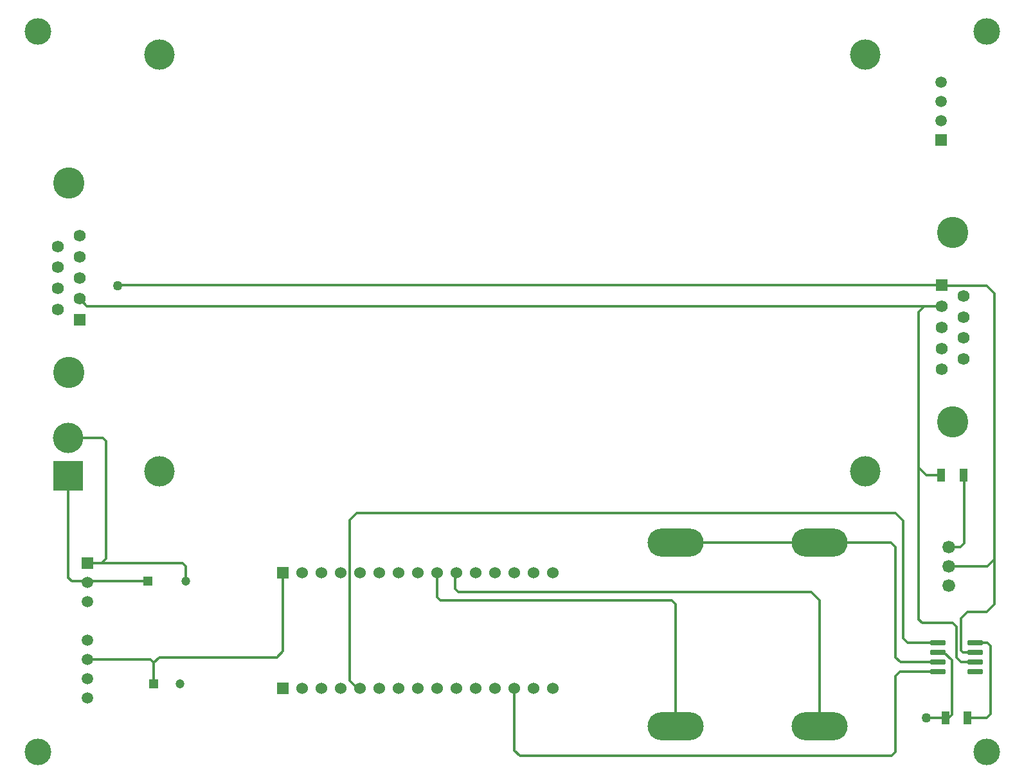
<source format=gtl>
G04*
G04 #@! TF.GenerationSoftware,Altium Limited,Altium Designer,22.8.2 (66)*
G04*
G04 Layer_Physical_Order=1*
G04 Layer_Color=255*
%FSLAX42Y42*%
%MOMM*%
G71*
G04*
G04 #@! TF.SameCoordinates,889D92F3-8E91-4399-9715-C869CBAF0A79*
G04*
G04*
G04 #@! TF.FilePolarity,Positive*
G04*
G01*
G75*
%ADD15R,1.13X1.77*%
G04:AMPARAMS|DCode=16|XSize=1.97mm|YSize=0.6mm|CornerRadius=0.08mm|HoleSize=0mm|Usage=FLASHONLY|Rotation=0.000|XOffset=0mm|YOffset=0mm|HoleType=Round|Shape=RoundedRectangle|*
%AMROUNDEDRECTD16*
21,1,1.97,0.45,0,0,0.0*
21,1,1.82,0.60,0,0,0.0*
1,1,0.15,0.91,-0.23*
1,1,0.15,-0.91,-0.23*
1,1,0.15,-0.91,0.23*
1,1,0.15,0.91,0.23*
%
%ADD16ROUNDEDRECTD16*%
%ADD34C,0.35*%
%ADD35C,4.00*%
%ADD36C,1.53*%
%ADD37R,1.53X1.53*%
%ADD38C,1.68*%
%ADD39C,1.51*%
%ADD40R,1.51X1.51*%
%ADD41O,7.40X3.70*%
%ADD42C,1.20*%
%ADD43R,1.20X1.20*%
%ADD44C,3.50*%
%ADD45C,1.58*%
%ADD46R,1.58X1.58*%
%ADD47C,4.12*%
%ADD48R,4.00X4.00*%
%ADD49C,1.27*%
D15*
X12153Y3900D02*
D03*
X12447D02*
D03*
X12206Y700D02*
D03*
X12500D02*
D03*
D16*
X12103Y1691D02*
D03*
Y1564D02*
D03*
Y1436D02*
D03*
Y1310D02*
D03*
X12597D02*
D03*
Y1436D02*
D03*
Y1564D02*
D03*
Y1691D02*
D03*
D34*
X5510Y2290D02*
X5550Y2250D01*
X8600D01*
X5510Y2290D02*
Y2612D01*
X5750Y2400D02*
X5790Y2360D01*
X8575D01*
X5750Y2400D02*
Y2598D01*
X8600Y2250D02*
X8650Y2200D01*
X4360Y1190D02*
Y2563D01*
Y1190D02*
X4500Y1050D01*
X4360Y2661D02*
Y3310D01*
X4450Y3400D01*
X4360Y2563D02*
Y2661D01*
X6526Y273D02*
X6600Y200D01*
X11500D01*
X6526Y273D02*
Y1088D01*
X11500Y200D02*
X11550Y250D01*
Y1250D01*
X11610Y1310D01*
X12103D01*
X1850Y1500D02*
X3400D01*
X3478Y1578D02*
Y2612D01*
X3400Y1500D02*
X3478Y1578D01*
X1775Y1425D02*
X1850Y1500D01*
X8575Y2360D02*
X10440D01*
X10550Y2250D01*
X5750Y2598D02*
X5765Y2612D01*
X8650Y590D02*
Y2200D01*
X10550Y590D02*
Y2250D01*
X11710Y1691D02*
X12103D01*
X11650Y1750D02*
Y3300D01*
Y1750D02*
X11710Y1691D01*
X11550Y1500D02*
X11614Y1436D01*
X12103D01*
X11550Y1500D02*
Y2950D01*
X11490Y3010D02*
X11550Y2950D01*
X10550Y3010D02*
X11490D01*
X12400Y2950D02*
X12454Y3004D01*
X12250Y2950D02*
X12400D01*
X12454Y3004D02*
Y3906D01*
X12158Y6400D02*
X12750D01*
X12250Y2700D02*
X12760D01*
X11950Y700D02*
X12250D01*
X11950Y700D02*
X11950Y700D01*
X1304Y6404D02*
X12158D01*
X800Y6227D02*
X900Y6127D01*
X11927D01*
X12850Y2790D02*
Y6300D01*
Y6300D01*
X12750Y6400D02*
X12850Y6300D01*
X12290Y740D02*
Y1460D01*
X12250Y700D02*
X12290Y740D01*
X4450Y3400D02*
X11550D01*
X11650Y3300D01*
X11850Y2000D02*
Y4000D01*
X11900Y1950D02*
X12300D01*
X11850Y2000D02*
X11900Y1950D01*
X12158Y6400D02*
Y6404D01*
X12500Y2100D02*
X12750D01*
X12410Y2010D02*
X12500Y2100D01*
X12410Y1590D02*
Y2010D01*
X12850Y2200D02*
Y2790D01*
X12750Y2100D02*
X12850Y2200D01*
X12760Y2700D02*
X12850Y2790D01*
X12103Y1564D02*
X12186D01*
X12290Y1460D01*
X12350Y1500D02*
X12414Y1436D01*
X12350Y1500D02*
Y1900D01*
X12414Y1436D02*
X12597D01*
X12436Y1564D02*
X12597D01*
X12410Y1590D02*
X12436Y1564D01*
X8650Y3010D02*
X10550D01*
X12300Y1950D02*
X12350Y1900D01*
X12500Y700D02*
X12750D01*
X12800Y750D01*
Y1650D01*
X12760Y1691D02*
X12800Y1650D01*
X12597Y1691D02*
X12760D01*
X11950Y3900D02*
X12150D01*
X11850Y4000D02*
Y6050D01*
Y4000D02*
X11950Y3900D01*
X11927Y6127D02*
X12158D01*
X11850Y6050D02*
X11927Y6127D01*
X1150Y2800D02*
Y4350D01*
X1089Y2739D02*
X2161D01*
X1089D02*
X1150Y2800D01*
X905Y2739D02*
X1089D01*
X2200Y2500D02*
Y2700D01*
X2161Y2739D02*
X2200Y2700D01*
X650Y4390D02*
X1110D01*
X1150Y4350D01*
X890Y2500D02*
X905Y2485D01*
X650Y2550D02*
X700Y2500D01*
X890D01*
X650Y2550D02*
Y3890D01*
X1775Y1150D02*
Y1425D01*
X905Y1469D02*
X1731D01*
X1775Y1425D01*
X905Y2485D02*
X920Y2500D01*
X1700D01*
D35*
X11150Y3950D02*
D03*
Y9450D02*
D03*
X1850D02*
D03*
Y3950D02*
D03*
X650Y4390D02*
D03*
D36*
X7035Y1088D02*
D03*
X6781D02*
D03*
X6526D02*
D03*
X6272D02*
D03*
X6019D02*
D03*
X5765D02*
D03*
X5510D02*
D03*
X5256D02*
D03*
X5003D02*
D03*
X4749D02*
D03*
X4494D02*
D03*
X4240D02*
D03*
X3987D02*
D03*
X3733D02*
D03*
X7035Y2612D02*
D03*
X6781D02*
D03*
X6526D02*
D03*
X6272D02*
D03*
X6019D02*
D03*
X5765D02*
D03*
X5510D02*
D03*
X5256D02*
D03*
X5003D02*
D03*
X4749D02*
D03*
X4494D02*
D03*
X4240D02*
D03*
X3987D02*
D03*
X3733D02*
D03*
D37*
X3478Y1088D02*
D03*
Y2612D02*
D03*
D38*
X12250Y2696D02*
D03*
Y2442D02*
D03*
Y2950D02*
D03*
D39*
X905Y961D02*
D03*
Y1215D02*
D03*
Y1469D02*
D03*
Y1723D02*
D03*
Y2231D02*
D03*
Y2485D02*
D03*
X12150Y9081D02*
D03*
Y8827D02*
D03*
Y8573D02*
D03*
D40*
X905Y2739D02*
D03*
X12150Y8319D02*
D03*
D41*
X8650Y3010D02*
D03*
Y590D02*
D03*
X10550Y3010D02*
D03*
Y590D02*
D03*
D42*
X2200Y2500D02*
D03*
X2125Y1150D02*
D03*
D43*
X1700Y2500D02*
D03*
X1775Y1150D02*
D03*
D44*
X250Y9750D02*
D03*
X12750D02*
D03*
Y250D02*
D03*
X250D02*
D03*
D45*
X800Y7058D02*
D03*
X516Y6919D02*
D03*
X800Y6781D02*
D03*
X516Y6643D02*
D03*
X800Y6504D02*
D03*
X516Y6365D02*
D03*
X800Y6227D02*
D03*
X516Y6088D02*
D03*
X12158Y5296D02*
D03*
X12442Y5435D02*
D03*
X12158Y5573D02*
D03*
X12442Y5712D02*
D03*
X12158Y5850D02*
D03*
X12442Y5988D02*
D03*
X12158Y6127D02*
D03*
X12442Y6265D02*
D03*
D46*
X800Y5950D02*
D03*
X12158Y6404D02*
D03*
D47*
X658Y7754D02*
D03*
Y5254D02*
D03*
X12300Y4601D02*
D03*
Y7100D02*
D03*
D48*
X650Y3890D02*
D03*
D49*
X11950Y700D02*
D03*
X1300Y6400D02*
D03*
M02*

</source>
